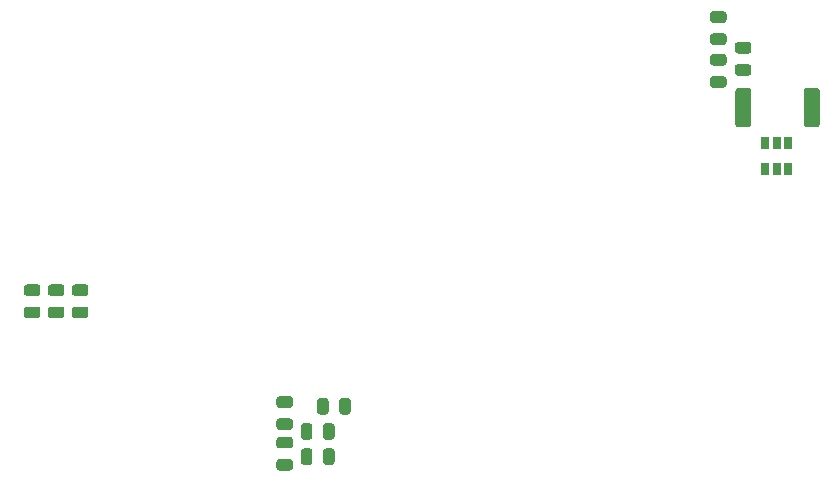
<source format=gbr>
G04 #@! TF.GenerationSoftware,KiCad,Pcbnew,(5.1.6)-1*
G04 #@! TF.CreationDate,2021-05-26T15:33:52+02:00*
G04 #@! TF.ProjectId,PowerSupplyPCB,506f7765-7253-4757-9070-6c795043422e,0.1*
G04 #@! TF.SameCoordinates,Original*
G04 #@! TF.FileFunction,Paste,Bot*
G04 #@! TF.FilePolarity,Positive*
%FSLAX46Y46*%
G04 Gerber Fmt 4.6, Leading zero omitted, Abs format (unit mm)*
G04 Created by KiCad (PCBNEW (5.1.6)-1) date 2021-05-26 15:33:52*
%MOMM*%
%LPD*%
G01*
G04 APERTURE LIST*
%ADD10R,0.650000X1.060000*%
G04 APERTURE END LIST*
G36*
G01*
X189787850Y-83065200D02*
X188875350Y-83065200D01*
G75*
G02*
X188631600Y-82821450I0J243750D01*
G01*
X188631600Y-82333950D01*
G75*
G02*
X188875350Y-82090200I243750J0D01*
G01*
X189787850Y-82090200D01*
G75*
G02*
X190031600Y-82333950I0J-243750D01*
G01*
X190031600Y-82821450D01*
G75*
G02*
X189787850Y-83065200I-243750J0D01*
G01*
G37*
G36*
G01*
X189787850Y-84940200D02*
X188875350Y-84940200D01*
G75*
G02*
X188631600Y-84696450I0J243750D01*
G01*
X188631600Y-84208950D01*
G75*
G02*
X188875350Y-83965200I243750J0D01*
G01*
X189787850Y-83965200D01*
G75*
G02*
X190031600Y-84208950I0J-243750D01*
G01*
X190031600Y-84696450D01*
G75*
G02*
X189787850Y-84940200I-243750J0D01*
G01*
G37*
G36*
G01*
X155136000Y-113384650D02*
X155136000Y-112472150D01*
G75*
G02*
X155379750Y-112228400I243750J0D01*
G01*
X155867250Y-112228400D01*
G75*
G02*
X156111000Y-112472150I0J-243750D01*
G01*
X156111000Y-113384650D01*
G75*
G02*
X155867250Y-113628400I-243750J0D01*
G01*
X155379750Y-113628400D01*
G75*
G02*
X155136000Y-113384650I0J243750D01*
G01*
G37*
G36*
G01*
X153261000Y-113384650D02*
X153261000Y-112472150D01*
G75*
G02*
X153504750Y-112228400I243750J0D01*
G01*
X153992250Y-112228400D01*
G75*
G02*
X154236000Y-112472150I0J-243750D01*
G01*
X154236000Y-113384650D01*
G75*
G02*
X153992250Y-113628400I-243750J0D01*
G01*
X153504750Y-113628400D01*
G75*
G02*
X153261000Y-113384650I0J243750D01*
G01*
G37*
G36*
G01*
X152864400Y-116739350D02*
X152864400Y-117651850D01*
G75*
G02*
X152620650Y-117895600I-243750J0D01*
G01*
X152133150Y-117895600D01*
G75*
G02*
X151889400Y-117651850I0J243750D01*
G01*
X151889400Y-116739350D01*
G75*
G02*
X152133150Y-116495600I243750J0D01*
G01*
X152620650Y-116495600D01*
G75*
G02*
X152864400Y-116739350I0J-243750D01*
G01*
G37*
G36*
G01*
X154739400Y-116739350D02*
X154739400Y-117651850D01*
G75*
G02*
X154495650Y-117895600I-243750J0D01*
G01*
X154008150Y-117895600D01*
G75*
G02*
X153764400Y-117651850I0J243750D01*
G01*
X153764400Y-116739350D01*
G75*
G02*
X154008150Y-116495600I243750J0D01*
G01*
X154495650Y-116495600D01*
G75*
G02*
X154739400Y-116739350I0J-243750D01*
G01*
G37*
G36*
G01*
X154739400Y-114605750D02*
X154739400Y-115518250D01*
G75*
G02*
X154495650Y-115762000I-243750J0D01*
G01*
X154008150Y-115762000D01*
G75*
G02*
X153764400Y-115518250I0J243750D01*
G01*
X153764400Y-114605750D01*
G75*
G02*
X154008150Y-114362000I243750J0D01*
G01*
X154495650Y-114362000D01*
G75*
G02*
X154739400Y-114605750I0J-243750D01*
G01*
G37*
G36*
G01*
X152864400Y-114605750D02*
X152864400Y-115518250D01*
G75*
G02*
X152620650Y-115762000I-243750J0D01*
G01*
X152133150Y-115762000D01*
G75*
G02*
X151889400Y-115518250I0J243750D01*
G01*
X151889400Y-114605750D01*
G75*
G02*
X152133150Y-114362000I243750J0D01*
G01*
X152620650Y-114362000D01*
G75*
G02*
X152864400Y-114605750I0J-243750D01*
G01*
G37*
G36*
G01*
X150064150Y-115516600D02*
X150976650Y-115516600D01*
G75*
G02*
X151220400Y-115760350I0J-243750D01*
G01*
X151220400Y-116247850D01*
G75*
G02*
X150976650Y-116491600I-243750J0D01*
G01*
X150064150Y-116491600D01*
G75*
G02*
X149820400Y-116247850I0J243750D01*
G01*
X149820400Y-115760350D01*
G75*
G02*
X150064150Y-115516600I243750J0D01*
G01*
G37*
G36*
G01*
X150064150Y-117391600D02*
X150976650Y-117391600D01*
G75*
G02*
X151220400Y-117635350I0J-243750D01*
G01*
X151220400Y-118122850D01*
G75*
G02*
X150976650Y-118366600I-243750J0D01*
G01*
X150064150Y-118366600D01*
G75*
G02*
X149820400Y-118122850I0J243750D01*
G01*
X149820400Y-117635350D01*
G75*
G02*
X150064150Y-117391600I243750J0D01*
G01*
G37*
G36*
G01*
X187692350Y-80461700D02*
X186779850Y-80461700D01*
G75*
G02*
X186536100Y-80217950I0J243750D01*
G01*
X186536100Y-79730450D01*
G75*
G02*
X186779850Y-79486700I243750J0D01*
G01*
X187692350Y-79486700D01*
G75*
G02*
X187936100Y-79730450I0J-243750D01*
G01*
X187936100Y-80217950D01*
G75*
G02*
X187692350Y-80461700I-243750J0D01*
G01*
G37*
G36*
G01*
X187692350Y-82336700D02*
X186779850Y-82336700D01*
G75*
G02*
X186536100Y-82092950I0J243750D01*
G01*
X186536100Y-81605450D01*
G75*
G02*
X186779850Y-81361700I243750J0D01*
G01*
X187692350Y-81361700D01*
G75*
G02*
X187936100Y-81605450I0J-243750D01*
G01*
X187936100Y-82092950D01*
G75*
G02*
X187692350Y-82336700I-243750J0D01*
G01*
G37*
G36*
G01*
X187692350Y-84081200D02*
X186779850Y-84081200D01*
G75*
G02*
X186536100Y-83837450I0J243750D01*
G01*
X186536100Y-83349950D01*
G75*
G02*
X186779850Y-83106200I243750J0D01*
G01*
X187692350Y-83106200D01*
G75*
G02*
X187936100Y-83349950I0J-243750D01*
G01*
X187936100Y-83837450D01*
G75*
G02*
X187692350Y-84081200I-243750J0D01*
G01*
G37*
G36*
G01*
X187692350Y-85956200D02*
X186779850Y-85956200D01*
G75*
G02*
X186536100Y-85712450I0J243750D01*
G01*
X186536100Y-85224950D01*
G75*
G02*
X186779850Y-84981200I243750J0D01*
G01*
X187692350Y-84981200D01*
G75*
G02*
X187936100Y-85224950I0J-243750D01*
G01*
X187936100Y-85712450D01*
G75*
G02*
X187692350Y-85956200I-243750J0D01*
G01*
G37*
G36*
G01*
X188677600Y-89067701D02*
X188677600Y-86217699D01*
G75*
G02*
X188927599Y-85967700I249999J0D01*
G01*
X189777601Y-85967700D01*
G75*
G02*
X190027600Y-86217699I0J-249999D01*
G01*
X190027600Y-89067701D01*
G75*
G02*
X189777601Y-89317700I-249999J0D01*
G01*
X188927599Y-89317700D01*
G75*
G02*
X188677600Y-89067701I0J249999D01*
G01*
G37*
G36*
G01*
X194477600Y-89067701D02*
X194477600Y-86217699D01*
G75*
G02*
X194727599Y-85967700I249999J0D01*
G01*
X195577601Y-85967700D01*
G75*
G02*
X195827600Y-86217699I0J-249999D01*
G01*
X195827600Y-89067701D01*
G75*
G02*
X195577601Y-89317700I-249999J0D01*
G01*
X194727599Y-89317700D01*
G75*
G02*
X194477600Y-89067701I0J249999D01*
G01*
G37*
G36*
G01*
X150064150Y-112085300D02*
X150976650Y-112085300D01*
G75*
G02*
X151220400Y-112329050I0J-243750D01*
G01*
X151220400Y-112816550D01*
G75*
G02*
X150976650Y-113060300I-243750J0D01*
G01*
X150064150Y-113060300D01*
G75*
G02*
X149820400Y-112816550I0J243750D01*
G01*
X149820400Y-112329050D01*
G75*
G02*
X150064150Y-112085300I243750J0D01*
G01*
G37*
G36*
G01*
X150064150Y-113960300D02*
X150976650Y-113960300D01*
G75*
G02*
X151220400Y-114204050I0J-243750D01*
G01*
X151220400Y-114691550D01*
G75*
G02*
X150976650Y-114935300I-243750J0D01*
G01*
X150064150Y-114935300D01*
G75*
G02*
X149820400Y-114691550I0J243750D01*
G01*
X149820400Y-114204050D01*
G75*
G02*
X150064150Y-113960300I243750J0D01*
G01*
G37*
D10*
X191226400Y-90644800D03*
X192176400Y-90644800D03*
X193126400Y-90644800D03*
X193126400Y-92844800D03*
X191226400Y-92844800D03*
X192176400Y-92844800D03*
G36*
G01*
X133653850Y-103588400D02*
X132741350Y-103588400D01*
G75*
G02*
X132497600Y-103344650I0J243750D01*
G01*
X132497600Y-102857150D01*
G75*
G02*
X132741350Y-102613400I243750J0D01*
G01*
X133653850Y-102613400D01*
G75*
G02*
X133897600Y-102857150I0J-243750D01*
G01*
X133897600Y-103344650D01*
G75*
G02*
X133653850Y-103588400I-243750J0D01*
G01*
G37*
G36*
G01*
X133653850Y-105463400D02*
X132741350Y-105463400D01*
G75*
G02*
X132497600Y-105219650I0J243750D01*
G01*
X132497600Y-104732150D01*
G75*
G02*
X132741350Y-104488400I243750J0D01*
G01*
X133653850Y-104488400D01*
G75*
G02*
X133897600Y-104732150I0J-243750D01*
G01*
X133897600Y-105219650D01*
G75*
G02*
X133653850Y-105463400I-243750J0D01*
G01*
G37*
G36*
G01*
X129589850Y-105463400D02*
X128677350Y-105463400D01*
G75*
G02*
X128433600Y-105219650I0J243750D01*
G01*
X128433600Y-104732150D01*
G75*
G02*
X128677350Y-104488400I243750J0D01*
G01*
X129589850Y-104488400D01*
G75*
G02*
X129833600Y-104732150I0J-243750D01*
G01*
X129833600Y-105219650D01*
G75*
G02*
X129589850Y-105463400I-243750J0D01*
G01*
G37*
G36*
G01*
X129589850Y-103588400D02*
X128677350Y-103588400D01*
G75*
G02*
X128433600Y-103344650I0J243750D01*
G01*
X128433600Y-102857150D01*
G75*
G02*
X128677350Y-102613400I243750J0D01*
G01*
X129589850Y-102613400D01*
G75*
G02*
X129833600Y-102857150I0J-243750D01*
G01*
X129833600Y-103344650D01*
G75*
G02*
X129589850Y-103588400I-243750J0D01*
G01*
G37*
G36*
G01*
X131621850Y-103588400D02*
X130709350Y-103588400D01*
G75*
G02*
X130465600Y-103344650I0J243750D01*
G01*
X130465600Y-102857150D01*
G75*
G02*
X130709350Y-102613400I243750J0D01*
G01*
X131621850Y-102613400D01*
G75*
G02*
X131865600Y-102857150I0J-243750D01*
G01*
X131865600Y-103344650D01*
G75*
G02*
X131621850Y-103588400I-243750J0D01*
G01*
G37*
G36*
G01*
X131621850Y-105463400D02*
X130709350Y-105463400D01*
G75*
G02*
X130465600Y-105219650I0J243750D01*
G01*
X130465600Y-104732150D01*
G75*
G02*
X130709350Y-104488400I243750J0D01*
G01*
X131621850Y-104488400D01*
G75*
G02*
X131865600Y-104732150I0J-243750D01*
G01*
X131865600Y-105219650D01*
G75*
G02*
X131621850Y-105463400I-243750J0D01*
G01*
G37*
M02*

</source>
